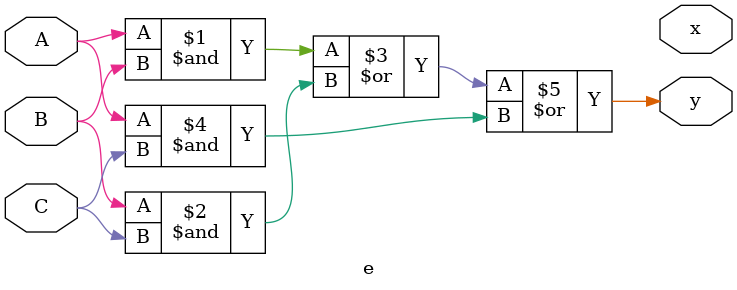
<source format=sv>
module e(
    input A,B,C,
    output x,y
);
assign y=A&B|B&C|A&C;
endmodule
//A xor B xor C
</source>
